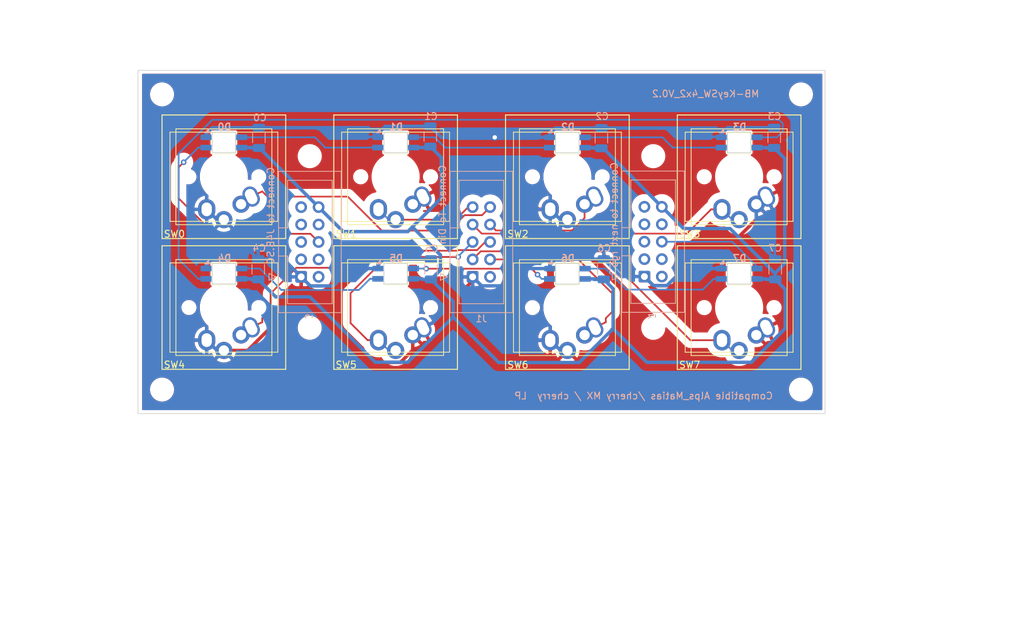
<source format=kicad_pcb>
(kicad_pcb (version 20240108) (generator "pcbnew") (generator_version "8.0")
  (layers (0 "F.Cu" signal "Dessus.Cu") (31 "B.Cu" signal "Dessous.Cu") (34 "B.Paste" user "Dessous.Pate") (35 "F.Paste" user "Dessus.Pate") (36 "B.SilkS" user "Dessous.SilkS") (37 "F.SilkS" user "Dessus.SilkS") (38 "B.Mask" user "Dessous.Masque") (39 "F.Mask" user "Dessus.Masque") (44 "Edge.Cuts" user "Contours.Ci"))
  (net 0 "")
  (net 1 "GND")
  (net 3 "Net-(D0-VDD)")
  (net 4 "Net-(D0-GND)")
  (net 5 "Net-(D1-GND)")
  (net 6 "Net-(D2-GND)")
  (net 7 "Net-(D3-GND)")
  (net 8 "Net-(D4-GND)")
  (net 9 "Net-(D5-GND)")
  (net 10 "Net-(D6-GND)")
  (net 11 "Net-(J1-D7)")
  (net 12 "Net-(J1-D6)")
  (net 13 "Net-(J1-D5)")
  (net 14 "Net-(J1-D4)")
  (net 15 "Net-(J1-D3)")
  (net 16 "Net-(J1-D2)")
  (net 17 "Net-(J1-D1)")
  (net 18 "+5V")
  (net 19 "Net-(J1-D0)")
  (net 34 "Net-(D7-GND)")
  (footprint "ksir 2022:SW_Alps_Matias_1.00u_cherry_LP" (layer "F.Cu") (at 98.5 202.5)
    (property "Reference" "SW1")
    (property "Value" "CHERRY MX1B-52NA")
  )
  (footprint "ksir 2022:SW_Alps_Matias_1.00u_cherry_LP" (layer "F.Cu") (at 123.5 221.56)
    (property "Reference" "SW6")
    (property "Value" "CHERRY MX1B-52NA")
  )
  (footprint "MountingHole:MountingHole_3mm" (layer "F.Cu") (at 86 199.5)
    (property "Reference" "H5" (hide yes))
    (property "Value" "MountingHole")
  )
  (footprint "ksir 2022:SW_Alps_Matias_1.00u_cherry_LP" (layer "F.Cu") (at 98.5 221.55)
    (property "Reference" "SW5")
    (property "Value" "CHERRY MX1B-52NA")
  )
  (footprint "MountingHole:MountingHole_3mm" (layer "F.Cu") (at 136 224.5)
    (property "Reference" "H8" (hide yes))
    (property "Value" "MountingHole")
  )
  (footprint "MountingHole:MountingHole_3mm" (layer "F.Cu") (at 136 199.5)
    (property "Reference" "H6" (hide yes))
    (property "Value" "MountingHole")
  )
  (footprint "MountingHole:MountingHole_3mm" (layer "F.Cu") (at 86 224.5)
    (property "Reference" "H7" (hide yes))
    (property "Value" "MountingHole")
  )
  (footprint "MountingHole:MountingHole_3mm" (layer "F.Cu") (at 64.5 190.5)
    (property "Reference" "H1" (hide yes))
    (property "Value" "MountingHole")
  )
  (footprint "ksir 2022:SW_Alps_Matias_1.00u_cherry_LP" (layer "F.Cu") (at 73.5 202.5)
    (property "Reference" "SW0")
    (property "Value" "CHERRY MX1B-52NA")
  )
  (footprint "ksir 2022:SW_Alps_Matias_1.00u_cherry_LP" (layer "F.Cu") (at 148.5 221.56)
    (property "Reference" "SW7")
    (property "Value" "CHERRY MX1B-52NA")
  )
  (footprint "ksir 2022:SW_Alps_Matias_1.00u_cherry_LP" (layer "F.Cu") (at 123.5 202.5)
    (property "Reference" "SW2")
    (property "Value" "CHERRY MX1B-52NA")
  )
  (footprint "MountingHole:MountingHole_3mm" (layer "F.Cu") (at 157.5 233.5)
    (property "Reference" "H3" (hide yes))
    (property "Value" "MountingHole")
  )
  (footprint "MountingHole:MountingHole_3mm" (layer "F.Cu") (at 157.5 190.5)
    (property "Reference" "H2" (hide yes))
    (property "Value" "MountingHole")
  )
  (footprint "ksir 2022:SW_Alps_Matias_1.00u_cherry_LP" (layer "F.Cu") (at 73.5 221.55)
    (property "Reference" "SW4")
    (property "Value" "CHERRY MX1B-52NA")
  )
  (footprint "ksir 2022:SW_Alps_Matias_1.00u_cherry_LP" (layer "F.Cu") (at 148.5 202.5)
    (property "Reference" "SW3")
    (property "Value" "CHERRY MX1B-52NA")
  )
  (footprint "MountingHole:MountingHole_3mm" (layer "F.Cu") (at 64.5 233.5)
    (property "Reference" "H4" (hide yes))
    (property "Value" "MountingHole")
  )
  (footprint "ksir 2022:SK6812-MINI-E" (layer "B.Cu") (at 148.5 216.63 180)
    (property "Reference" "D7")
    (property "Value" "SK6812MINI-E" (hide yes))
    (fp_line (start 1.7 1.5) (end 1.7 -1.5) (stroke (width 0.12)) (layer "Edge.Cuts"))
    (fp_line (start 1.7 -1.5) (end -1.7 -1.5) (stroke (width 0.12)) (layer "Edge.Cuts"))
    (fp_line (start -1.7 1.5) (end 1.7 1.5) (stroke (width 0.12)) (layer "Edge.Cuts"))
    (fp_line (start -1.7 -1.5) (end -1.7 1.5) (stroke (width 0.12)) (layer "Edge.Cuts"))
  )
  (footprint "ksir 2022:SK6812-MINI-E" (layer "B.Cu") (at 148.5 197.5 180)
    (property "Reference" "D3")
    (property "Value" "SK6812MINI-E" (hide yes))
    (fp_line (start 1.7 1.5) (end 1.7 -1.5) (stroke (width 0.12)) (layer "Edge.Cuts"))
    (fp_line (start 1.7 -1.5) (end -1.7 -1.5) (stroke (width 0.12)) (layer "Edge.Cuts"))
    (fp_line (start -1.7 1.5) (end 1.7 1.5) (stroke (width 0.12)) (layer "Edge.Cuts"))
    (fp_line (start -1.7 -1.5) (end -1.7 1.5) (stroke (width 0.12)) (layer "Edge.Cuts"))
  )
  (footprint "Capacitor_SMD:C_1206_3216Metric" (layer "B.Cu") (at 128.8 215.975 -90)
    (property "Reference" "C6")
    (property "Value" "100nf")
  )
  (footprint "Capacitor_SMD:C_1206_3216Metric" (layer "B.Cu") (at 78.5 215.975 -90)
    (property "Reference" "C4")
    (property "Value" "100nf")
  )
  (footprint "Connector_IDC:IDC-Header_2x05_P2.54mm_Vertical" (layer "B.Cu") (at 84.75 217.08)
    (property "Reference" "J2")
    (property "Value" "IDC-Header_2x05_P2.54mm_Vertical")
  )
  (footprint "ksir 2022:SK6812-MINI-E" (layer "B.Cu") (at 73.5 216.62 180)
    (property "Reference" "D4")
    (property "Value" "SK6812MINI-E" (hide yes))
    (fp_line (start 1.7 1.5) (end 1.7 -1.5) (stroke (width 0.12)) (layer "Edge.Cuts"))
    (fp_line (start 1.7 -1.5) (end -1.7 -1.5) (stroke (width 0.12)) (layer "Edge.Cuts"))
    (fp_line (start -1.7 1.5) (end 1.7 1.5) (stroke (width 0.12)) (layer "Edge.Cuts"))
    (fp_line (start -1.7 -1.5) (end -1.7 1.5) (stroke (width 0.12)) (layer "Edge.Cuts"))
  )
  (footprint "ksir 2022:SK6812-MINI-E" (layer "B.Cu") (at 123.5 197.51 180)
    (property "Reference" "D2")
    (property "Value" "SK6812MINI-E" (hide yes))
    (fp_line (start 1.7 1.5) (end 1.7 -1.5) (stroke (width 0.12)) (layer "Edge.Cuts"))
    (fp_line (start 1.7 -1.5) (end -1.7 -1.5) (stroke (width 0.12)) (layer "Edge.Cuts"))
    (fp_line (start -1.7 1.5) (end 1.7 1.5) (stroke (width 0.12)) (layer "Edge.Cuts"))
    (fp_line (start -1.7 -1.5) (end -1.7 1.5) (stroke (width 0.12)) (layer "Edge.Cuts"))
  )
  (footprint "Connector_IDC:IDC-Header_2x05_P2.54mm_Vertical" (layer "B.Cu") (at 109.71 217.08)
    (property "Reference" "J1")
    (property "Value" "IDC-Header_2x05_P2.54mm_Vertical")
  )
  (footprint "ksir 2022:SK6812-MINI-E" (layer "B.Cu") (at 123.5 216.63 180)
    (property "Reference" "D6")
    (property "Value" "SK6812MINI-E" (hide yes))
    (fp_line (start 1.7 1.5) (end 1.7 -1.5) (stroke (width 0.12)) (layer "Edge.Cuts"))
    (fp_line (start 1.7 -1.5) (end -1.7 -1.5) (stroke (width 0.12)) (layer "Edge.Cuts"))
    (fp_line (start -1.7 1.5) (end 1.7 1.5) (stroke (width 0.12)) (layer "Edge.Cuts"))
    (fp_line (start -1.7 -1.5) (end -1.7 1.5) (stroke (width 0.12)) (layer "Edge.Cuts"))
  )
  (footprint "Capacitor_SMD:C_1206_3216Metric" (layer "B.Cu") (at 153.6 196.825 -90)
    (property "Reference" "C3")
    (property "Value" "100nf")
  )
  (footprint "Capacitor_SMD:C_1206_3216Metric" (layer "B.Cu") (at 103.65 215.975 -90)
    (property "Reference" "C5")
    (property "Value" "100nf")
  )
  (footprint "ksir 2022:SK6812-MINI-E" (layer "B.Cu") (at 98.5 197.5 180)
    (property "Reference" "D1")
    (property "Value" "SK6812MINI-E" (hide yes))
    (fp_line (start 1.7 1.5) (end 1.7 -1.5) (stroke (width 0.12)) (layer "Edge.Cuts"))
    (fp_line (start 1.7 -1.5) (end -1.7 -1.5) (stroke (width 0.12)) (layer "Edge.Cuts"))
    (fp_line (start -1.7 1.5) (end 1.7 1.5) (stroke (width 0.12)) (layer "Edge.Cuts"))
    (fp_line (start -1.7 -1.5) (end -1.7 1.5) (stroke (width 0.12)) (layer "Edge.Cuts"))
  )
  (footprint "ksir 2022:SK6812-MINI-E" (layer "B.Cu") (at 73.5 197.5 180)
    (property "Reference" "D0")
    (property "Value" "SK6812MINI-E" (hide yes))
    (fp_line (start 1.7 1.5) (end 1.7 -1.5) (stroke (width 0.12)) (layer "Edge.Cuts"))
    (fp_line (start 1.7 -1.5) (end -1.7 -1.5) (stroke (width 0.12)) (layer "Edge.Cuts"))
    (fp_line (start -1.7 1.5) (end 1.7 1.5) (stroke (width 0.12)) (layer "Edge.Cuts"))
    (fp_line (start -1.7 -1.5) (end -1.7 1.5) (stroke (width 0.12)) (layer "Edge.Cuts"))
  )
  (footprint "Capacitor_SMD:C_1206_3216Metric" (layer "B.Cu") (at 153.75 215.975 -90)
    (property "Reference" "C7")
    (property "Value" "100nf")
  )
  (footprint "Capacitor_SMD:C_1206_3216Metric" (layer "B.Cu") (at 78.6 196.825 -90)
    (property "Reference" "C0")
    (property "Value" "100nf")
  )
  (footprint "Capacitor_SMD:C_1206_3216Metric" (layer "B.Cu") (at 103.55 196.625 -90)
    (property "Reference" "C1")
    (property "Value" "100nf")
  )
  (footprint "ksir 2022:SK6812-MINI-E" (layer "B.Cu") (at 98.5 216.62 180)
    (property "Reference" "D5")
    (property "Value" "SK6812MINI-E" (hide yes))
    (fp_line (start 1.7 1.5) (end 1.7 -1.5) (stroke (width 0.12)) (layer "Edge.Cuts"))
    (fp_line (start 1.7 -1.5) (end -1.7 -1.5) (stroke (width 0.12)) (layer "Edge.Cuts"))
    (fp_line (start -1.7 1.5) (end 1.7 1.5) (stroke (width 0.12)) (layer "Edge.Cuts"))
    (fp_line (start -1.7 -1.5) (end -1.7 1.5) (stroke (width 0.12)) (layer "Edge.Cuts"))
  )
  (footprint "Connector_IDC:IDC-Header_2x05_P2.54mm_Vertical" (layer "B.Cu") (at 134.71 217.04)
    (property "Reference" "J3")
    (property "Value" "IDC-Header_2x05_P2.54mm_Vertical")
  )
  (footprint "Capacitor_SMD:C_1206_3216Metric" (layer "B.Cu") (at 128.45 196.875 -90)
    (property "Reference" "C2")
    (property "Value" "100nf")
  )
  (gr_poly (pts (xy 161 237) (xy 61 237) (xy 61 187) (xy 161 187)) (stroke (width 0.1)) (fill none) (layer "Edge.Cuts"))
  (gr_text "Connect to J4B.SC" (at 80.9 201 90) (layer "B.SilkS") (effects (font (size 1 1)) (justify left bottom mirror)))
  (gr_text "Compatible Alps_Matias /cherry MX / cherry  LP" (at 153.5 235 0) (layer "B.SilkS") (effects (font (size 1 1)) (justify left bottom mirror)))
  (gr_text "Connect to next rgb" (at 130.9 200.3 90) (layer "B.SilkS") (effects (font (size 1 1)) (justify left bottom mirror)))
  (gr_text "Connect To Din" (at 105.9 200.7 90) (layer "B.SilkS") (effects (font (size 1 1)) (justify left bottom mirror)))
  (gr_text "MB-KeySW_4x2_V0.2" (at 151.5 191 0) (layer "B.SilkS") (effects (font (size 1 1)) (justify left bottom mirror)))
  (segment (start 141.3256 218.371) (end 147.746 211.9506) (width 0.5) (layer "F.Cu") (net 1))
  (segment (start 136.041 218.371) (end 141.3256 218.371) (width 0.5) (layer "F.Cu") (net 1))
  (segment (start 76.9656 227.8) (end 73.5 227.8) (width 0.5) (layer "F.Cu") (net 1))
  (segment (start 151 225.5464) (end 150.7197 225.2661) (width 0.5) (layer "F.Cu") (net 1))
  (segment (start 116.6222 204.5739) (end 112.9277 204.5739) (width 0.5) (layer "F.Cu") (net 1))
  (segment (start 104.4598 223.3137) (end 104.4598 222.9066) (width 0.5) (layer "F.Cu") (net 1))
  (segment (start 152.47 224.45) (end 154.2203 223.6339) (width 0.5) (layer "F.Cu") (net 1))
  (segment (start 109.71 217.6564) (end 109.71 217.08) (width 0.5) (layer "F.Cu") (net 1))
  (segment (start 152.47 205.39) (end 150.7197 206.2061) (width 0.5) (layer "F.Cu") (net 1))
  (segment (start 84.75 217.08) (end 84.75 220.0156) (width 0.5) (layer "F.Cu") (net 1))
  (segment (start 102.47 205.39) (end 104.2203 204.5739) (width 0.5) (layer "F.Cu") (net 1))
  (segment (start 134.71 217.04) (end 136.041 218.371) (width 0.5) (layer "F.Cu") (net 1))
  (segment (start 101 227.7439) (end 99.2004 229.5435) (width 0.5) (layer "F.Cu") (net 1))
  (segment (start 104.4598 222.9066) (end 109.71 217.6564) (width 0.5) (layer "F.Cu") (net 1))
  (segment (start 154.2203 223.6339) (end 154.2202 223.6338) (width 0.5) (layer "F.Cu") (net 1))
  (segment (start 152.47 224.45) (end 150.7197 225.2661) (width 0.5) (layer "F.Cu") (net 1))
  (segment (start 99.2004 229.5435) (end 94.2779 229.5435) (width 0.5) (layer "F.Cu") (net 1))
  (segment (start 151 206.4864) (end 150.7197 206.2061) (width 0.5) (layer "F.Cu") (net 1))
  (segment (start 104.2202 223.5533) (end 104.4598 223.3137) (width 0.5) (layer "F.Cu") (net 1))
  (segment (start 151 208.6966) (end 151 206.5) (width 0.5) (layer "F.Cu") (net 1))
  (segment (start 151 225.56) (end 151 225.5464) (width 0.5) (layer "F.Cu") (net 1))
  (segment (start 151 206.5) (end 151 206.4864) (width 0.5) (layer "F.Cu") (net 1))
  (segment (start 84.75 220.0156) (end 76.9656 227.8) (width 0.5) (layer "F.Cu") (net 1))
  (segment (start 119.2983 207.25) (end 116.6222 204.5739) (width 0.5) (layer "F.Cu") (net 1))
  (segment (start 104.2203 223.6239) (end 104.2202 223.6238) (width 0.5) (layer "F.Cu") (net 1))
  (segment (start 94.2779 229.5435) (end 84.75 220.0156) (width 0.5) (layer "F.Cu") (net 1))
  (segment (start 112.9277 204.5739) (end 112.9277 196.76) (width 0.5) (layer "F.Cu") (net 1))
  (segment (start 104.2202 223.6238) (end 104.2202 223.5533) (width 0.5) (layer "F.Cu") (net 1))
  (segment (start 154.2202 223.1822) (end 155.1807 222.2217) (width 0.5) (layer "F.Cu") (net 1))
  (segment (start 102.47 224.44) (end 104.2203 223.6239) (width 0.5) (layer "F.Cu") (net 1))
  (segment (start 154.2202 223.6338) (end 154.2202 223.1822) (width 0.5) (layer "F.Cu") (net 1))
  (segment (start 121 207.25) (end 119.2983 207.25) (width 0.5) (layer "F.Cu") (net 1))
  (segment (start 147.746 211.9506) (end 151 208.6966) (width 0.5) (layer "F.Cu") (net 1))
  (segment (start 104.2203 204.5739) (end 112.9277 204.5739) (width 0.5) (layer "F.Cu") (net 1))
  (segment (start 155.1807 219.3853) (end 147.746 211.9506) (width 0.5) (layer "F.Cu") (net 1))
  (segment (start 101 225.55) (end 101 227.7439) (width 0.5) (layer "F.Cu") (net 1))
  (segment (start 155.1807 222.2217) (end 155.1807 219.3853) (width 0.5) (layer "F.Cu") (net 1))
  (via (at 112.9277 196.76) (size 1) (drill 0.635) (layers "F.Cu" "B.Cu") (net 1))
  (segment (start 137.9818 218.3599) (end 136.0299 218.3599) (width 0.5) (layer "B.Cu") (net 1))
  (segment (start 145.95 196.207) (end 145.143 195.4) (width 0.5) (layer "B.Cu") (net 1))
  (segment (start 95.95 215.3193) (end 95.95 215.87) (width 0.5) (layer "B.Cu") (net 1))
  (segment (start 96.7693 214.5) (end 95.95 215.3193) (width 0.5) (layer "B.Cu") (net 1))
  (segment (start 121.7499 195.4) (end 120.95 196.1999) (width 0.5) (layer "B.Cu") (net 1))
  (segment (start 95.6753 196.4753) (end 97.0006 195.15) (width 0.5) (layer "B.Cu") (net 1))
  (segment (start 145.95 196.207) (end 146.807 195.35) (width 0.5) (layer "B.Cu") (net 1))
  (segment (start 91.9493 215.87) (end 89.4173 218.402) (width 0.5) (layer "B.Cu") (net 1))
  (segment (start 119.2983 226.31) (end 114.9732 221.9849) (width 0.5) (layer "B.Cu") (net 1))
  (segment (start 120.95 215.88) (end 117.4846 215.88) (width 0.5) (layer "B.Cu") (net 1))
  (segment (start 123.5 208.75) (end 122.5 208.75) (width 0.5) (layer "B.Cu") (net 1))
  (segment (start 120.95 215.3167) (end 120.95 215.88) (width 0.5) (layer "B.Cu") (net 1))
  (segment (start 72.5 208.75) (end 71 207.25) (width 0.5) (layer "B.Cu") (net 1))
  (segment (start 78.5 214.5) (end 75.1347 211.1346) (width 0.5) (layer "B.Cu") (net 1))
  (segment (start 123.5 227.81) (end 122.5 227.81) (width 0.5) (layer "B.Cu") (net 1))
  (segment (start 72.5 227.8) (end 71 226.3) (width 0.5) (layer "B.Cu") (net 1))
  (segment (start 100.7197 206.2061) (end 101 206.4864) (width 0.5) (layer "B.Cu") (net 1))
  (segment (start 131.34 217.04) (end 128.8 214.5) (width 0.5) (layer "B.Cu") (net 1))
  (segment (start 70.95 196.2103) (end 70.95 196.75) (width 0.5) (layer "B.Cu") (net 1))
  (segment (start 89.4173 218.402) (end 86.072 218.402) (width 0.5) (layer "B.Cu") (net 1))
  (segment (start 121 226.31) (end 119.2983 226.31) (width 0.5) (layer "B.Cu") (net 1))
  (segment (start 102.47 205.39) (end 100.7197 206.2061) (width 0.5) (layer "B.Cu") (net 1))
  (segment (start 128.8 214.5) (end 122.5 214.5) (width 0.5) (layer "B.Cu") (net 1))
  (segment (start 128.45 195.4) (end 121.7499 195.4) (width 0.5) (layer "B.Cu") (net 1))
  (segment (start 145.143 195.4) (end 128.45 195.4) (width 0.5) (layer "B.Cu") (net 1))
  (segment (start 112.9277 196.76) (end 105.16 196.76) (width 0.5) (layer "B.Cu") (net 1))
  (segment (start 121.7667 214.5) (end 120.95 215.3167) (width 0.5) (layer "B.Cu") (net 1))
  (segment (start 73.5 227.8) (end 72.5 227.8) (width 0.5) (layer "B.Cu") (net 1))
  (segment (start 94.55 195.35) (end 78.6 195.35) (width 0.5) (layer "B.Cu") (net 1))
  (segment (start 111.0214 218.3914) (end 109.71 217.08) (width 0.5) (layer "B.Cu") (net 1))
  (segment (start 146.807 195.35) (end 153.6 195.35) (width 0.5) (layer "B.Cu") (net 1))
  (segment (start 103.65 214.5) (end 96.7693 214.5) (width 0.5) (layer "B.Cu") (net 1))
  (segment (start 122.5 208.75) (end 122.5 214.5) (width 0.5) (layer "B.Cu") (net 1))
  (segment (start 134.71 217.04) (end 131.34 217.04) (width 0.5) (layer "B.Cu") (net 1))
  (segment (start 86.072 218.402) (end 84.75 217.08) (width 0.5) (layer "B.Cu") (net 1))
  (segment (start 120.95 196.1999) (end 120.95 196.76) (width 0.5) (layer "B.Cu") (net 1))
  (segment (start 82.17 214.5) (end 78.5 214.5) (width 0.5) (layer "B.Cu") (net 1))
  (segment (start 95.95 215.87) (end 91.9493 215.87) (width 0.5) (layer "B.Cu") (net 1))
  (segment (start 101 225.5364) (end 100.7197 225.2561) (width 0.5) (layer "B.Cu") (net 1))
  (segment (start 70.95 215.87) (end 70.95 215.3193) (width 0.5) (layer "B.Cu") (net 1))
  (segment (start 145.95 196.75) (end 145.95 196.207) (width 0.5) (layer "B.Cu") (net 1))
  (segment (start 84.75 217.08) (end 82.17 214.5) (width 0.5) (layer "B.Cu") (net 1))
  (segment (start 145.95 215.88) (end 140.4617 215.88) (width 0.5) (layer "B.Cu") (net 1))
  (segment (start 117.4846 215.88) (end 114.9732 218.3914) (width 0.5) (layer "B.Cu") (net 1))
  (segment (start 122.5 214.5) (end 121.7667 214.5) (width 0.5) (layer "B.Cu") (net 1))
  (segment (start 105.16 196.76) (end 103.55 195.15) (width 0.5) (layer "B.Cu") (net 1))
  (segment (start 73.5 208.75) (end 72.5 208.75) (width 0.5) (layer "B.Cu") (net 1))
  (segment (start 95.6753 196.4753) (end 95.95 196.75) (width 0.5) (layer "B.Cu") (net 1))
  (segment (start 101 225.55) (end 101 225.5364) (width 0.5) (layer "B.Cu") (net 1))
  (segment (start 78.6 195.35) (end 71.8103 195.35) (width 0.5) (layer "B.Cu") (net 1))
  (segment (start 74.6758 209.9259) (end 73.5 208.7501) (width 0.5) (layer "B.Cu") (net 1))
  (segment (start 70.95 215.3193) (end 75.1347 211.1346) (width 0.5) (layer "B.Cu") (net 1))
  (segment (start 74.6758 210.6758) (end 74.6758 209.9259) (width 0.5) (layer "B.Cu") (net 1))
  (segment (start 136.0299 218.3599) (end 134.71 217.04) (width 0.5) (layer "B.Cu") (net 1))
  (segment (start 120.95 196.76) (end 112.9277 196.76) (width 0.5) (layer "B.Cu") (net 1))
  (segment (start 122.5 208.75) (end 121 207.25) (width 0.5) (layer "B.Cu") (net 1))
  (segment (start 101 206.4864) (end 101 206.5) (width 0.5) (layer "B.Cu") (net 1))
  (segment (start 114.9732 221.9849) (end 114.9732 218.3914) (width 0.5) (layer "B.Cu") (net 1))
  (segment (start 122.5 227.81) (end 121 226.31) (width 0.5) (layer "B.Cu") (net 1))
  (segment (start 151 211.75) (end 151 206.5) (width 0.5) (layer "B.Cu") (net 1))
  (segment (start 140.4617 215.88) (end 137.9818 218.3599) (width 0.5) (layer "B.Cu") (net 1))
  (segment (start 153.75 214.5) (end 151 211.75) (width 0.5) (layer "B.Cu") (net 1))
  (segment (start 114.9732 218.3914) (end 111.0214 218.3914) (width 0.5) (layer "B.Cu") (net 1))
  (segment (start 97.0006 195.15) (end 103.55 195.15) (width 0.5) (layer "B.Cu") (net 1))
  (segment (start 71.8103 195.35) (end 70.95 196.2103) (width 0.5) (layer "B.Cu") (net 1))
  (segment (start 95.6753 196.4753) (end 94.55 195.35) (width 0.5) (layer "B.Cu") (net 1))
  (segment (start 75.1347 211.1346) (end 74.6758 210.6758) (width 0.5) (layer "B.Cu") (net 1))
  (segment (start 73.5 208.7501) (end 73.5 208.75) (width 0.5) (layer "B.Cu") (net 1))
  (segment (start 102.47 224.44) (end 100.7197 225.2561) (width 0.5) (layer "B.Cu") (net 1))
  (segment (start 66.9293 205.6593) (end 66.9293 201.106) (width 0.25) (layer "F.Cu") (net 3))
  (segment (start 66.9293 201.106) (end 67.6445 200.3908) (width 0.25) (layer "F.Cu") (net 3))
  (segment (start 86.0995 210.8095) (end 72.0795 210.8095) (width 0.25) (layer "F.Cu") (net 3))
  (segment (start 87.29 212) (end 86.0995 210.8095) (width 0.25) (layer "F.Cu") (net 3))
  (segment (start 72.0795 210.8095) (end 66.9293 205.6593) (width 0.25) (layer "F.Cu") (net 3))
  (via (at 67.6445 200.3908) (size 0.8) (drill 0.4) (layers "F.Cu" "B.Cu") (net 3))
  (segment (start 70.95 198.25) (end 69.7733 198.25) (width 0.25) (layer "B.Cu") (net 3))
  (segment (start 69.7733 198.25) (end 67.6445 200.3788) (width 0.25) (layer "B.Cu") (net 3))
  (segment (start 67.6445 200.3788) (end 67.6445 200.3908) (width 0.25) (layer "B.Cu") (net 3))
  (segment (start 88.2569 198.25) (end 86.7569 196.75) (width 0.25) (layer "B.Cu") (net 4))
  (segment (start 86.7569 196.75) (end 76.05 196.75) (width 0.25) (layer "B.Cu") (net 4))
  (segment (start 95.95 198.25) (end 88.2569 198.25) (width 0.25) (layer "B.Cu") (net 4))
  (segment (start 105.701 198.26) (end 120.95 198.26) (width 0.25) (layer "B.Cu") (net 5))
  (segment (start 101.05 196.75) (end 104.191 196.75) (width 0.25) (layer "B.Cu") (net 5))
  (segment (start 104.191 196.75) (end 105.701 198.26) (width 0.25) (layer "B.Cu") (net 5))
  (segment (start 138.8392 198.25) (end 145.95 198.25) (width 0.25) (layer "B.Cu") (net 6))
  (segment (start 137.3492 196.76) (end 138.8392 198.25) (width 0.25) (layer "B.Cu") (net 6))
  (segment (start 126.05 196.76) (end 137.3492 196.76) (width 0.25) (layer "B.Cu") (net 6))
  (segment (start 69.7733 217.37) (end 66.9118 214.5085) (width 0.25) (layer "B.Cu") (net 7))
  (segment (start 154.8458 194.7457) (end 154.8458 195.9042) (width 0.25) (layer "B.Cu") (net 7))
  (segment (start 66.9118 199.1147) (end 71.8259 194.2006) (width 0.25) (layer "B.Cu") (net 7))
  (segment (start 154.8458 195.9042) (end 154 196.75) (width 0.25) (layer "B.Cu") (net 7))
  (segment (start 71.8259 194.2006) (end 154.3007 194.2006) (width 0.25) (layer "B.Cu") (net 7))
  (segment (start 154 196.75) (end 151.05 196.75) (width 0.25) (layer "B.Cu") (net 7))
  (segment (start 66.9118 214.5085) (end 66.9118 199.1147) (width 0.25) (layer "B.Cu") (net 7))
  (segment (start 154.3007 194.2006) (end 154.8458 194.7457) (width 0.25) (layer "B.Cu") (net 7))
  (segment (start 70.95 217.37) (end 69.7733 217.37) (width 0.25) (layer "B.Cu") (net 7))
  (segment (start 95.95 217.37) (end 94.7733 217.37) (width 0.25) (layer "B.Cu") (net 8))
  (segment (start 78.7455 215.87) (end 76.05 215.87) (width 0.25) (layer "B.Cu") (net 8))
  (segment (start 81.8658 218.9903) (end 78.7455 215.87) (width 0.25) (layer "B.Cu") (net 8))
  (segment (start 94.7733 217.37) (end 93.153 218.9903) (width 0.25) (layer "B.Cu") (net 8))
  (segment (start 93.153 218.9903) (end 81.8658 218.9903) (width 0.25) (layer "B.Cu") (net 8))
  (segment (start 118.2858 215.8925) (end 119.1558 216.7625) (width 0.25) (layer "F.Cu") (net 9))
  (segment (start 102.9566 215.8925) (end 118.2858 215.8925) (width 0.25) (layer "F.Cu") (net 9))
  (via (at 119.1558 216.7625) (size 0.8) (drill 0.4) (layers "F.Cu" "B.Cu") (net 9))
  (via (at 102.9566 215.8925) (size 0.8) (drill 0.4) (layers "F.Cu" "B.Cu") (net 9))
  (segment (start 101.05 215.87) (end 102.9341 215.87) (width 0.25) (layer "B.Cu") (net 9))
  (segment (start 102.9341 215.87) (end 102.9566 215.8925) (width 0.25) (layer "B.Cu") (net 9))
  (segment (start 119.7733 217.38) (end 119.1558 216.7625) (width 0.25) (layer "B.Cu") (net 9))
  (segment (start 120.95 217.38) (end 119.7733 217.38) (width 0.25) (layer "B.Cu") (net 9))
  (segment (start 145.95 217.38) (end 144.7733 217.38) (width 0.25) (layer "B.Cu") (net 10))
  (segment (start 132.0843 218.9366) (end 143.2167 218.9366) (width 0.25) (layer "B.Cu") (net 10))
  (segment (start 143.2167 218.9366) (end 144.7733 217.38) (width 0.25) (layer "B.Cu") (net 10))
  (segment (start 129.0277 215.88) (end 132.0843 218.9366) (width 0.25) (layer "B.Cu") (net 10))
  (segment (start 126.05 215.88) (end 129.0277 215.88) (width 0.25) (layer "B.Cu") (net 10))
  (segment (start 141.4 226.31) (end 146 226.31) (width 0.25) (layer "F.Cu") (net 11))
  (segment (start 109.71 214.54) (end 110.8885 213.3615) (width 0.25) (layer "F.Cu") (net 11))
  (segment (start 128.4515 213.3615) (end 141.4 226.31) (width 0.25) (layer "F.Cu") (net 11))
  (segment (start 110.8885 213.3615) (end 128.4515 213.3615) (width 0.25) (layer "F.Cu") (net 11))
  (segment (start 146 226.31) (end 147.5 227.81) (width 0.25) (layer "B.Cu") (net 11))
  (segment (start 147.5 227.81) (end 148.5 227.81) (width 0.25) (layer "B.Cu") (net 11))
  (segment (start 125.0749 214.54) (end 130.0073 219.4724) (width 0.25) (layer "F.Cu") (net 12))
  (segment (start 130.0073 219.4724) (end 130.0073 222.1917) (width 0.25) (layer "F.Cu") (net 12))
  (segment (start 130.0073 222.1917) (end 129.0899 223.1091) (width 0.25) (layer "F.Cu") (net 12))
  (segment (start 129.0899 223.1091) (end 129.0899 223.6946) (width 0.25) (layer "F.Cu") (net 12))
  (segment (start 127.47 224.45) (end 129.0899 223.6946) (width 0.25) (layer "F.Cu") (net 12))
  (segment (start 112.25 214.54) (end 125.0749 214.54) (width 0.25) (layer "F.Cu") (net 12))
  (segment (start 126 225.56) (end 126 225.3553) (width 0.25) (layer "B.Cu") (net 12))
  (segment (start 126 225.3553) (end 125.8501 225.2054) (width 0.25) (layer "B.Cu") (net 12))
  (segment (start 127.47 224.45) (end 125.8501 225.2054) (width 0.25) (layer "B.Cu") (net 12))
  (segment (start 107.6117 214.1832) (end 97.2182 214.1832) (width 0.25) (layer "F.Cu") (net 13))
  (segment (start 97.2182 214.1832) (end 91.9376 219.4638) (width 0.25) (layer "F.Cu") (net 13))
  (segment (start 91.9376 223.8143) (end 94.4233 226.3) (width 0.25) (layer "F.Cu") (net 13))
  (segment (start 96 226.3) (end 94.4233 226.3) (width 0.25) (layer "F.Cu") (net 13))
  (segment (start 91.9376 219.4638) (end 91.9376 223.8143) (width 0.25) (layer "F.Cu") (net 13))
  (via (at 107.6117 214.1832) (size 0.8) (drill 0.4) (layers "F.Cu" "B.Cu") (net 13))
  (segment (start 96 226.3) (end 97.5 227.8) (width 0.25) (layer "B.Cu") (net 13))
  (segment (start 109.71 212) (end 107.6117 214.0983) (width 0.25) (layer "B.Cu") (net 13))
  (segment (start 97.5 227.8) (end 98.5 227.8) (width 0.25) (layer "B.Cu") (net 13))
  (segment (start 107.6117 214.0983) (end 107.6117 214.1832) (width 0.25) (layer "B.Cu") (net 13))
  (segment (start 77.47 224.44) (end 79.0899 223.6846) (width 0.25) (layer "F.Cu") (net 14))
  (segment (start 80.2989 221.8669) (end 79.0899 223.0759) (width 0.25) (layer "F.Cu") (net 14))
  (segment (start 107.4973 213.27) (end 92.2318 213.27) (width 0.25) (layer "F.Cu") (net 14))
  (segment (start 107.5808 213.1865) (end 107.4973 213.27) (width 0.25) (layer "F.Cu") (net 14))
  (segment (start 111.5393 212) (end 110.3528 213.1865) (width 0.25) (layer "F.Cu") (net 14))
  (segment (start 79.0899 223.0759) (end 79.0899 223.6846) (width 0.25) (layer "F.Cu") (net 14))
  (segment (start 112.25 212) (end 111.5393 212) (width 0.25) (layer "F.Cu") (net 14))
  (segment (start 92.2318 213.27) (end 89.7451 215.7567) (width 0.25) (layer "F.Cu") (net 14))
  (segment (start 110.3528 213.1865) (end 107.5808 213.1865) (width 0.25) (layer "F.Cu") (net 14))
  (segment (start 89.7451 215.7567) (end 84.0466 215.7567) (width 0.25) (layer "F.Cu") (net 14))
  (segment (start 80.2989 219.5044) (end 80.2989 221.8669) (width 0.25) (layer "F.Cu") (net 14))
  (segment (start 84.0466 215.7567) (end 80.2989 219.5044) (width 0.25) (layer "F.Cu") (net 14))
  (segment (start 76 225.3453) (end 75.8501 225.1954) (width 0.25) (layer "B.Cu") (net 14))
  (segment (start 77.47 224.44) (end 75.8501 225.1954) (width 0.25) (layer "B.Cu") (net 14))
  (segment (start 76 225.55) (end 76 225.3453) (width 0.25) (layer "B.Cu") (net 14))
  (segment (start 146 207.25) (end 144.4233 207.25) (width 0.25) (layer "F.Cu") (net 15))
  (segment (start 140.8941 210.7792) (end 144.4233 207.25) (width 0.25) (layer "F.Cu") (net 15))
  (segment (start 109.71 209.46) (end 111.0292 210.7792) (width 0.25) (layer "F.Cu") (net 15))
  (segment (start 111.0292 210.7792) (end 140.8941 210.7792) (width 0.25) (layer "F.Cu") (net 15))
  (segment (start 147.5 208.75) (end 148.5 208.75) (width 0.25) (layer "B.Cu") (net 15))
  (segment (start 146 207.25) (end 147.5 208.75) (width 0.25) (layer "B.Cu") (net 15))
  (segment (start 112.25 209.46) (end 113.1175 210.3275) (width 0.25) (layer "F.Cu") (net 16))
  (segment (start 124.1885 210.3275) (end 126 208.516) (width 0.25) (layer "F.Cu") (net 16))
  (segment (start 113.1175 210.3275) (end 124.1885 210.3275) (width 0.25) (layer "F.Cu") (net 16))
  (segment (start 127.47 205.39) (end 125.8501 206.1454) (width 0.25) (layer "F.Cu") (net 16))
  (segment (start 126 206.2953) (end 125.8501 206.1454) (width 0.25) (layer "F.Cu") (net 16))
  (segment (start 126 208.516) (end 126 206.5) (width 0.25) (layer "F.Cu") (net 16))
  (segment (start 126 206.5) (end 126 206.2953) (width 0.25) (layer "F.Cu") (net 16))
  (segment (start 109.71 206.92) (end 109.0712 206.92) (width 0.25) (layer "F.Cu") (net 17))
  (segment (start 107.2412 208.75) (end 98.5 208.75) (width 0.25) (layer "F.Cu") (net 17))
  (segment (start 109.0712 206.92) (end 107.2412 208.75) (width 0.25) (layer "F.Cu") (net 17))
  (segment (start 96 207.25) (end 97.5 208.75) (width 0.25) (layer "B.Cu") (net 17))
  (segment (start 97.5 208.75) (end 98.5 208.75) (width 0.25) (layer "B.Cu") (net 17))
  (segment (start 152.4217 217.45) (end 152.3517 217.38) (width 0.5) (layer "B.Cu") (net 18))
  (segment (start 153.6 198.3) (end 152.4017 198.3) (width 0.5) (layer "B.Cu") (net 18))
  (segment (start 130.1599 224.6242) (end 130.1599 218.8099) (width 0.5) (layer "B.Cu") (net 18))
  (segment (start 106.8724 220.6724) (end 106.8724 222.9289) (width 0.5) (layer "B.Cu") (net 18))
  (segment (start 105.1359 205.6262) (end 100.9426 209.8195) (width 0.5) (layer "B.Cu") (net 18))
  (segment (start 153.75 217.45) (end 155.2029 218.9029) (width 0.5) (layer "B.Cu") (net 18))
  (segment (start 130.1599 218.8099) (end 128.8 217.45) (width 0.5) (layer "B.Cu") (net 18))
  (segment (start 151.05 217.38) (end 152.3517 217.38) (width 0.5) (layer "B.Cu") (net 18))
  (segment (start 90.8632 210.4932) (end 87.29 206.92) (width 0.5) (layer "B.Cu") (net 18))
  (segment (start 100.9426 209.8195) (end 100.2689 210.4932) (width 0.5) (layer "B.Cu") (net 18))
  (segment (start 103.65 217.45) (end 106.8724 220.6724) (width 0.5) (layer "B.Cu") (net 18))
  (segment (start 78.67 198.3) (end 78.6 198.3) (width 0.5) (layer "B.Cu") (net 18))
  (segment (start 147.1779 210.0448) (end 140.4149 210.0448) (width 0.5) (layer "B.Cu") (net 18))
  (segment (start 76.05 198.25) (end 77.3517 198.25) (width 0.5) (layer "B.Cu") (net 18))
  (segment (start 153.6987 216.5655) (end 153.75 216.6169) (width 0.5) (layer "B.Cu") (net 18))
  (segment (start 103.65 217.45) (end 102.4317 217.45) (width 0.5) (layer "B.Cu") (net 18))
  (segment (start 135.0616 229.5259) (end 130.1599 224.6242) (width 0.5) (layer "B.Cu") (net 18))
  (segment (start 128.72 198.35) (end 128.45 198.35) (width 0.5) (layer "B.Cu") (net 18))
  (segment (start 105.0177 216.0823) (end 103.65 217.45) (width 0.5) (layer "B.Cu") (net 18))
  (segment (start 100.2689 210.4932) (end 90.8632 210.4932) (width 0.5) (layer "B.Cu") (net 18))
  (segment (start 77.4017 198.3) (end 77.3517 198.25) (width 0.5) (layer "B.Cu") (net 18))
  (segment (start 105.1359 199.6859) (end 105.1359 205.6262) (width 0.5) (layer "B.Cu") (net 18))
  (segment (start 140.4149 210.0448) (end 137.2501 206.88) (width 0.5) (layer "B.Cu") (net 18))
  (segment (start 137.25 206.88) (end 128.72 198.35) (width 0.5) (layer "B.Cu") (net 18))
  (segment (start 155.2029 224.6034) (end 150.2804 229.5259) (width 0.5) (layer "B.Cu") (net 18))
  (segment (start 128.8 217.45) (end 127.4217 217.45) (width 0.5) (layer "B.Cu") (net 18))
  (segment (start 77.3517 217.37) (end 77.4317 217.45) (width 0.5) (layer "B.Cu") (net 18))
  (segment (start 155.1402 199.8402) (end 155.1402 215.124) (width 0.5) (layer "B.Cu") (net 18))
  (segment (start 106.8724 222.9289) (end 113.5044 229.5609) (width 0.5) (layer "B.Cu") (net 18))
  (segment (start 81.0498 219.9998) (end 78.5 217.45) (width 0.5) (layer "B.Cu") (net 18))
  (segment (start 150.2804 229.5259) (end 135.0616 229.5259) (width 0.5) (layer "B.Cu") (net 18))
  (segment (start 102.4317 217.45) (end 102.3517 217.37) (width 0.5) (layer "B.Cu") (net 18))
  (segment (start 151.05 198.25) (end 152.3517 198.25) (width 0.5) (layer "B.Cu") (net 18))
  (segment (start 95.5297 229.511) (end 86.0185 219.9998) (width 0.5) (layer "B.Cu") (net 18))
  (segment (start 102.3517 198.25) (end 103.4 198.25) (width 0.5) (layer "B.Cu") (net 18))
  (segment (start 106.8724 222.9289) (end 100.2903 229.511) (width 0.5) (layer "B.Cu") (net 18))
  (segment (start 128.45 198.35) (end 127.4417 198.35) (width 0.5) (layer "B.Cu") (net 18))
  (segment (start 155.1402 215.124) (end 153.6987 216.5655) (width 0.5) (layer "B.Cu") (net 18))
  (segment (start 125.2232 229.5609) (end 130.1599 224.6242) (width 0.5) (layer "B.Cu") (net 18))
  (segment (start 101.05 198.25) (end 102.3517 198.25) (width 0.5) (layer "B.Cu") (net 18))
  (segment (start 155.2029 218.9029) (end 155.2029 224.6034) (width 0.5) (layer "B.Cu") (net 18))
  (segment (start 77.4317 217.45) (end 78.5 217.45) (width 0.5) (layer "B.Cu") (net 18))
  (segment (start 113.5044 229.5609) (end 125.2232 229.5609) (width 0.5) (layer "B.Cu") (net 18))
  (segment (start 126.05 198.26) (end 127.3517 198.26) (width 0.5) (layer "B.Cu") (net 18))
  (segment (start 153.75 217.45) (end 152.4217 217.45) (width 0.5) (layer "B.Cu") (net 18))
  (segment (start 126.05 217.38) (end 127.3517 217.38) (width 0.5) (layer "B.Cu") (net 18))
  (segment (start 78.6 198.3) (end 77.4017 198.3) (width 0.5) (layer "B.Cu") (net 18))
  (segment (start 86.0185 219.9998) (end 81.0498 219.9998) (width 0.5) (layer "B.Cu") (net 18))
  (segment (start 101.05 217.37) (end 102.3517 217.37) (width 0.5) (layer "B.Cu") (net 18))
  (segment (start 105.0177 213.8946) (end 105.0177 216.0823) (width 0.5) (layer "B.Cu") (net 18))
  (segment (start 152.4017 198.3) (end 152.3517 198.25) (width 0.5) (layer "B.Cu") (net 18))
  (segment (start 153.6987 216.5655) (end 147.1779 210.0448) (width 0.5) (layer "B.Cu") (net 18))
  (segment (start 127.4417 198.35) (end 127.3517 198.26) (width 0.5) (layer "B.Cu") (net 18))
  (segment (start 100.9426 209.8195) (end 105.0177 213.8946) (width 0.5) (layer "B.Cu") (net 18))
  (segment (start 137.2501 206.88) (end 137.25 206.88) (width 0.5) (layer "B.Cu") (net 18))
  (segment (start 100.2903 229.511) (end 95.5297 229.511) (width 0.5) (layer "B.Cu") (net 18))
  (segment (start 127.4217 217.45) (end 127.3517 217.38) (width 0.5) (layer "B.Cu") (net 18))
  (segment (start 87.29 206.92) (end 78.67 198.3) (width 0.5) (layer "B.Cu") (net 18))
  (segment (start 76.05 217.37) (end 77.3517 217.37) (width 0.5) (layer "B.Cu") (net 18))
  (segment (start 153.6 198.3) (end 155.1402 199.8402) (width 0.5) (layer "B.Cu") (net 18))
  (segment (start 153.75 216.6169) (end 153.75 217.45) (width 0.5) (layer "B.Cu") (net 18))
  (segment (start 103.55 198.1) (end 105.1359 199.6859) (width 0.5) (layer "B.Cu") (net 18))
  (segment (start 103.4 198.25) (end 103.55 198.1) (width 0.5) (layer "B.Cu") (net 18))
  (segment (start 91.53 205.39) (end 79.8453 205.39) (width 0.25) (layer "F.Cu") (net 19))
  (segment (start 112.25 206.92) (end 111.0733 208.0967) (width 0.25) (layer "F.Cu") (net 19))
  (segment (start 77.47 205.39) (end 79.0899 204.6346) (width 0.25) (layer "F.Cu") (net 19))
  (segment (start 77.47 205.39) (end 75.8501 206.1454) (width 0.25) (layer "F.Cu") (net 19))
  (segment (start 108.5334 208.0967) (end 106.2895 210.3406) (width 0.25) (layer "F.Cu") (net 19))
  (segment (start 76 206.5) (end 76 206.2953) (width 0.25) (layer "F.Cu") (net 19))
  (segment (start 106.2895 210.3406) (end 96.4806 210.3406) (width 0.25) (layer "F.Cu") (net 19))
  (segment (start 96.4806 210.3406) (end 91.53 205.39) (width 0.25) (layer "F.Cu") (net 19))
  (segment (start 111.0733 208.0967) (end 108.5334 208.0967) (width 0.25) (layer "F.Cu") (net 19))
  (segment (start 79.8453 205.39) (end 79.0899 204.6346) (width 0.25) (layer "F.Cu") (net 19))
  (segment (start 76 206.2953) (end 75.8501 206.1454) (width 0.25) (layer "F.Cu") (net 19))
  (segment (start 147.496 211.96) (end 151.05 215.514) (width 0.25) (layer "B.Cu") (net 34))
  (segment (start 137.25 211.96) (end 147.496 211.96) (width 0.25) (layer "B.Cu") (net 34))
  (segment (start 151.05 215.514) (end 151.05 215.88) (width 0.25) (layer "B.Cu") (net 34))
  (zone (net 1) (net_name "GND") (layers "F&B.Cu") (connect_pads (clearance 1)) (min_thickness 0.254) (fill yes (thermal_gap 0.508) (thermal_bridge_width 0.508))
    (polygon (pts (xy 160.6 236.5) (xy 61.6 236.5) (xy 61.6 187.5) (xy 160.6 187.5)))
  )
)
</source>
